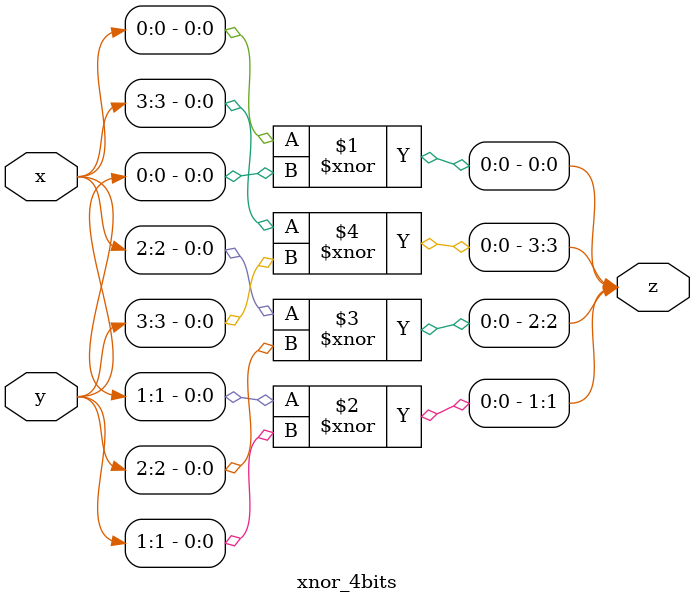
<source format=v>
`timescale 1ns / 1ps


module xnor_4bits(
input [3:0]x,y,
output[3:0]z
    );
    generate
genvar k;
for(k=0;k<4;k=k+1)
begin 
assign z[k]=x[k]~^y[k];
end
endgenerate
endmodule

</source>
